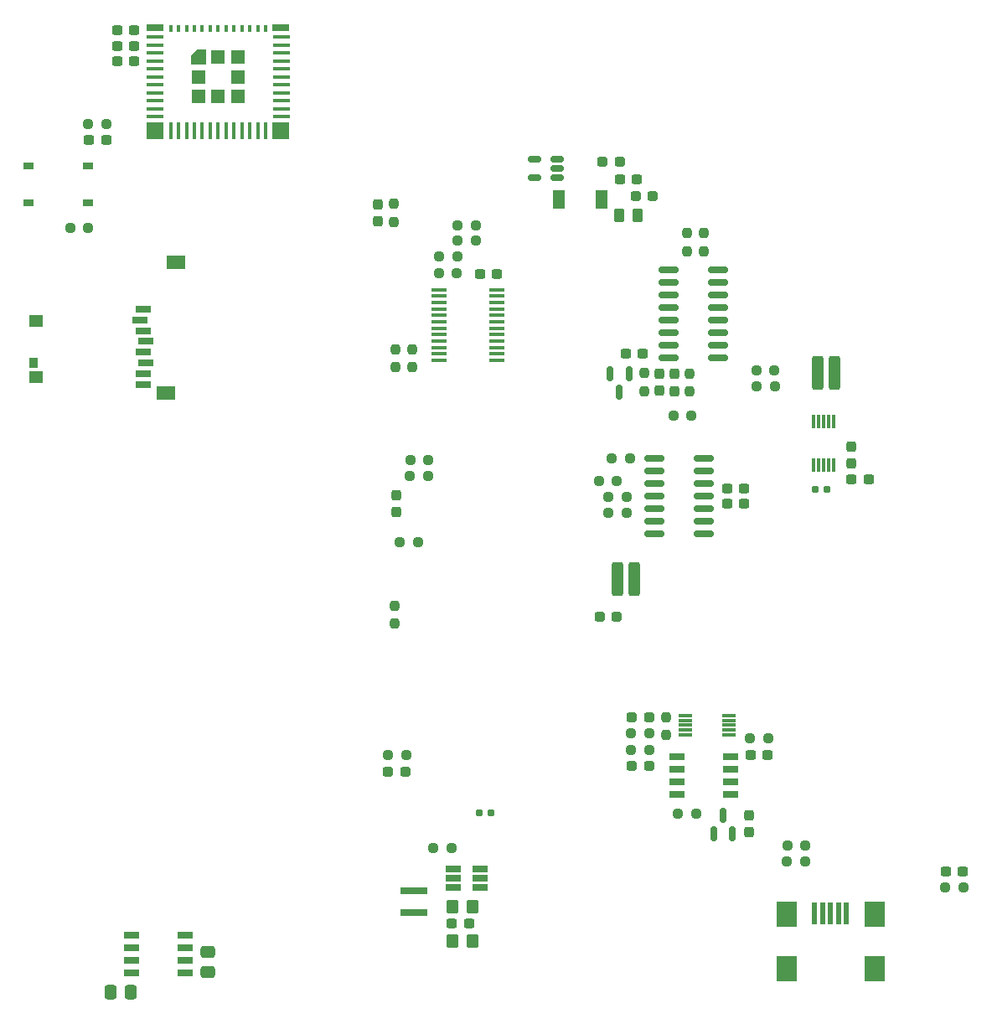
<source format=gbr>
%TF.GenerationSoftware,KiCad,Pcbnew,(6.0.4)*%
%TF.CreationDate,2022-06-30T01:03:10+03:00*%
%TF.ProjectId,test_project_01,74657374-5f70-4726-9f6a-6563745f3031,rev?*%
%TF.SameCoordinates,Original*%
%TF.FileFunction,Paste,Top*%
%TF.FilePolarity,Positive*%
%FSLAX46Y46*%
G04 Gerber Fmt 4.6, Leading zero omitted, Abs format (unit mm)*
G04 Created by KiCad (PCBNEW (6.0.4)) date 2022-06-30 01:03:10*
%MOMM*%
%LPD*%
G01*
G04 APERTURE LIST*
G04 Aperture macros list*
%AMRoundRect*
0 Rectangle with rounded corners*
0 $1 Rounding radius*
0 $2 $3 $4 $5 $6 $7 $8 $9 X,Y pos of 4 corners*
0 Add a 4 corners polygon primitive as box body*
4,1,4,$2,$3,$4,$5,$6,$7,$8,$9,$2,$3,0*
0 Add four circle primitives for the rounded corners*
1,1,$1+$1,$2,$3*
1,1,$1+$1,$4,$5*
1,1,$1+$1,$6,$7*
1,1,$1+$1,$8,$9*
0 Add four rect primitives between the rounded corners*
20,1,$1+$1,$2,$3,$4,$5,0*
20,1,$1+$1,$4,$5,$6,$7,0*
20,1,$1+$1,$6,$7,$8,$9,0*
20,1,$1+$1,$8,$9,$2,$3,0*%
%AMFreePoly0*
4,1,6,0.725000,-0.725000,-0.725000,-0.725000,-0.725000,0.125000,-0.125000,0.725000,0.725000,0.725000,0.725000,-0.725000,0.725000,-0.725000,$1*%
G04 Aperture macros list end*
%ADD10R,0.300000X1.400000*%
%ADD11RoundRect,0.250000X-0.350000X-0.450000X0.350000X-0.450000X0.350000X0.450000X-0.350000X0.450000X0*%
%ADD12RoundRect,0.250000X0.350000X0.450000X-0.350000X0.450000X-0.350000X-0.450000X0.350000X-0.450000X0*%
%ADD13RoundRect,0.237500X-0.300000X-0.237500X0.300000X-0.237500X0.300000X0.237500X-0.300000X0.237500X0*%
%ADD14RoundRect,0.237500X-0.237500X0.250000X-0.237500X-0.250000X0.237500X-0.250000X0.237500X0.250000X0*%
%ADD15RoundRect,0.237500X-0.250000X-0.237500X0.250000X-0.237500X0.250000X0.237500X-0.250000X0.237500X0*%
%ADD16RoundRect,0.250000X0.262500X0.450000X-0.262500X0.450000X-0.262500X-0.450000X0.262500X-0.450000X0*%
%ADD17RoundRect,0.237500X0.237500X-0.287500X0.237500X0.287500X-0.237500X0.287500X-0.237500X-0.287500X0*%
%ADD18RoundRect,0.237500X0.287500X0.237500X-0.287500X0.237500X-0.287500X-0.237500X0.287500X-0.237500X0*%
%ADD19RoundRect,0.237500X-0.287500X-0.237500X0.287500X-0.237500X0.287500X0.237500X-0.287500X0.237500X0*%
%ADD20RoundRect,0.237500X-0.237500X0.300000X-0.237500X-0.300000X0.237500X-0.300000X0.237500X0.300000X0*%
%ADD21RoundRect,0.150000X0.150000X-0.587500X0.150000X0.587500X-0.150000X0.587500X-0.150000X-0.587500X0*%
%ADD22R,2.700000X0.800000*%
%ADD23RoundRect,0.237500X0.300000X0.237500X-0.300000X0.237500X-0.300000X-0.237500X0.300000X-0.237500X0*%
%ADD24RoundRect,0.237500X0.237500X-0.300000X0.237500X0.300000X-0.237500X0.300000X-0.237500X-0.300000X0*%
%ADD25RoundRect,0.237500X0.250000X0.237500X-0.250000X0.237500X-0.250000X-0.237500X0.250000X-0.237500X0*%
%ADD26RoundRect,0.250000X0.475000X-0.337500X0.475000X0.337500X-0.475000X0.337500X-0.475000X-0.337500X0*%
%ADD27RoundRect,0.150000X0.825000X0.150000X-0.825000X0.150000X-0.825000X-0.150000X0.825000X-0.150000X0*%
%ADD28RoundRect,0.160000X-0.197500X-0.160000X0.197500X-0.160000X0.197500X0.160000X-0.197500X0.160000X0*%
%ADD29RoundRect,0.237500X0.237500X-0.250000X0.237500X0.250000X-0.237500X0.250000X-0.237500X-0.250000X0*%
%ADD30RoundRect,0.160000X0.197500X0.160000X-0.197500X0.160000X-0.197500X-0.160000X0.197500X-0.160000X0*%
%ADD31R,1.000000X0.700000*%
%ADD32R,1.400000X0.300000*%
%ADD33RoundRect,0.250000X-0.337500X-1.450000X0.337500X-1.450000X0.337500X1.450000X-0.337500X1.450000X0*%
%ADD34R,1.800000X0.400000*%
%ADD35R,0.400000X1.800000*%
%ADD36R,1.450000X1.450000*%
%ADD37R,0.400000X0.800000*%
%ADD38R,1.700000X0.700000*%
%ADD39FreePoly0,0.000000*%
%ADD40R,1.700000X1.700000*%
%ADD41R,1.560000X0.650000*%
%ADD42RoundRect,0.250000X0.337500X0.475000X-0.337500X0.475000X-0.337500X-0.475000X0.337500X-0.475000X0*%
%ADD43R,1.500000X0.650000*%
%ADD44R,1.200000X1.850000*%
%ADD45R,1.500000X0.450000*%
%ADD46RoundRect,0.250000X0.337500X1.450000X-0.337500X1.450000X-0.337500X-1.450000X0.337500X-1.450000X0*%
%ADD47R,0.500000X2.250000*%
%ADD48R,2.000000X2.500000*%
%ADD49R,1.400000X1.300000*%
%ADD50R,0.950000X1.000000*%
%ADD51R,1.900000X1.400000*%
%ADD52R,1.500000X0.800000*%
%ADD53RoundRect,0.150000X0.512500X0.150000X-0.512500X0.150000X-0.512500X-0.150000X0.512500X-0.150000X0*%
%ADD54RoundRect,0.150000X-0.150000X0.587500X-0.150000X-0.587500X0.150000X-0.587500X0.150000X0.587500X0*%
G04 APERTURE END LIST*
D10*
%TO.C,IC2*%
X132698300Y-90763300D03*
X132198300Y-90763300D03*
X131698300Y-90763300D03*
X131198300Y-90763300D03*
X130698300Y-90763300D03*
X130698300Y-95163300D03*
X131198300Y-95163300D03*
X131698300Y-95163300D03*
X132198300Y-95163300D03*
X132698300Y-95163300D03*
%TD*%
D11*
%TO.C,RR2*%
X96199200Y-139776200D03*
X94199200Y-139776200D03*
%TD*%
D12*
%TO.C,RR1*%
X96199200Y-143281400D03*
X94199200Y-143281400D03*
%TD*%
D13*
%TO.C,C23*%
X96978300Y-75844400D03*
X98703300Y-75844400D03*
%TD*%
D14*
%TO.C,R45*%
X88290400Y-68794600D03*
X88290400Y-70619600D03*
%TD*%
D15*
%TO.C,R44*%
X87671000Y-124434600D03*
X89496000Y-124434600D03*
%TD*%
D16*
%TO.C,R20*%
X112875700Y-69926200D03*
X111050700Y-69926200D03*
%TD*%
D17*
%TO.C,D6*%
X86639400Y-70558600D03*
X86639400Y-68808600D03*
%TD*%
D18*
%TO.C,D5*%
X89456200Y-126161800D03*
X87706200Y-126161800D03*
%TD*%
D19*
%TO.C,D1*%
X114463800Y-68021200D03*
X112713800Y-68021200D03*
%TD*%
D18*
%TO.C,F2*%
X109056200Y-110540800D03*
X110806200Y-110540800D03*
%TD*%
D20*
%TO.C,C16*%
X124180600Y-130531700D03*
X124180600Y-132256700D03*
%TD*%
D21*
%TO.C,U8*%
X120563600Y-132407900D03*
X122463600Y-132407900D03*
X121513600Y-130532900D03*
%TD*%
D13*
%TO.C,C11*%
X121922200Y-97561400D03*
X123647200Y-97561400D03*
%TD*%
D22*
%TO.C,L1*%
X90297000Y-138153000D03*
X90297000Y-140353000D03*
%TD*%
D23*
%TO.C,C5*%
X62050000Y-52806600D03*
X60325000Y-52806600D03*
%TD*%
D15*
%TO.C,R27*%
X110290600Y-94538800D03*
X112115600Y-94538800D03*
%TD*%
D24*
%TO.C,C7*%
X115138200Y-87679700D03*
X115138200Y-85954700D03*
%TD*%
D15*
%TO.C,R34*%
X128017900Y-133604000D03*
X129842900Y-133604000D03*
%TD*%
%TO.C,R29*%
X124893700Y-85623400D03*
X126718700Y-85623400D03*
%TD*%
D19*
%TO.C,D3*%
X112307400Y-125552200D03*
X114057400Y-125552200D03*
%TD*%
D25*
%TO.C,R12*%
X96545400Y-72491600D03*
X94720400Y-72491600D03*
%TD*%
D20*
%TO.C,C6*%
X116662200Y-85980100D03*
X116662200Y-87705100D03*
%TD*%
D25*
%TO.C,R25*%
X111758100Y-99974400D03*
X109933100Y-99974400D03*
%TD*%
D26*
%TO.C,C18*%
X69469000Y-146427100D03*
X69469000Y-144352100D03*
%TD*%
D27*
%TO.C,U3*%
X120991400Y-84302600D03*
X120991400Y-83032600D03*
X120991400Y-81762600D03*
X120991400Y-80492600D03*
X120991400Y-79222600D03*
X120991400Y-77952600D03*
X120991400Y-76682600D03*
X120991400Y-75412600D03*
X116041400Y-75412600D03*
X116041400Y-76682600D03*
X116041400Y-77952600D03*
X116041400Y-79222600D03*
X116041400Y-80492600D03*
X116041400Y-81762600D03*
X116041400Y-83032600D03*
X116041400Y-84302600D03*
%TD*%
D20*
%TO.C,C8*%
X88544400Y-98222900D03*
X88544400Y-99947900D03*
%TD*%
D28*
%TO.C,FB2*%
X96862300Y-130327400D03*
X98057300Y-130327400D03*
%TD*%
D23*
%TO.C,C3*%
X59180900Y-62306200D03*
X57455900Y-62306200D03*
%TD*%
D14*
%TO.C,R9*%
X88341200Y-109374300D03*
X88341200Y-111199300D03*
%TD*%
D29*
%TO.C,R42*%
X118186200Y-87755100D03*
X118186200Y-85930100D03*
%TD*%
D15*
%TO.C,R36*%
X112221000Y-122275600D03*
X114046000Y-122275600D03*
%TD*%
D30*
%TO.C,R35*%
X132067900Y-97637600D03*
X130872900Y-97637600D03*
%TD*%
D31*
%TO.C,SW1*%
X51356000Y-64952000D03*
X57356000Y-64952000D03*
X51356000Y-68652000D03*
X57356000Y-68652000D03*
%TD*%
D29*
%TO.C,R40*%
X115773200Y-122451500D03*
X115773200Y-120626500D03*
%TD*%
D15*
%TO.C,R8*%
X88853000Y-102971600D03*
X90678000Y-102971600D03*
%TD*%
D23*
%TO.C,C1*%
X62048900Y-54330600D03*
X60323900Y-54330600D03*
%TD*%
D29*
%TO.C,R18*%
X90121600Y-85312400D03*
X90121600Y-83487400D03*
%TD*%
D25*
%TO.C,R26*%
X111758100Y-98399600D03*
X109933100Y-98399600D03*
%TD*%
D15*
%TO.C,R43*%
X116511700Y-90170000D03*
X118336700Y-90170000D03*
%TD*%
D27*
%TO.C,U6*%
X119569000Y-102108000D03*
X119569000Y-100838000D03*
X119569000Y-99568000D03*
X119569000Y-98298000D03*
X119569000Y-97028000D03*
X119569000Y-95758000D03*
X119569000Y-94488000D03*
X114619000Y-94488000D03*
X114619000Y-95758000D03*
X114619000Y-97028000D03*
X114619000Y-98298000D03*
X114619000Y-99568000D03*
X114619000Y-100838000D03*
X114619000Y-102108000D03*
%TD*%
D32*
%TO.C,IC3*%
X117713400Y-120462800D03*
X117713400Y-120962800D03*
X117713400Y-121462800D03*
X117713400Y-121962800D03*
X117713400Y-122462800D03*
X122113400Y-122462800D03*
X122113400Y-121962800D03*
X122113400Y-121462800D03*
X122113400Y-120962800D03*
X122113400Y-120462800D03*
%TD*%
D13*
%TO.C,C15*%
X124334100Y-124460000D03*
X126059100Y-124460000D03*
%TD*%
D14*
%TO.C,R23*%
X117881400Y-71731500D03*
X117881400Y-73556500D03*
%TD*%
D23*
%TO.C,C12*%
X123646100Y-99085400D03*
X121921100Y-99085400D03*
%TD*%
D13*
%TO.C,C9*%
X111126100Y-66319400D03*
X112851100Y-66319400D03*
%TD*%
D15*
%TO.C,R39*%
X116968900Y-130378200D03*
X118793900Y-130378200D03*
%TD*%
D13*
%TO.C,C4*%
X111710300Y-83896200D03*
X113435300Y-83896200D03*
%TD*%
D33*
%TO.C,R31*%
X131090100Y-85877400D03*
X132765100Y-85877400D03*
%TD*%
D23*
%TO.C,C10*%
X145791100Y-136220200D03*
X144066100Y-136220200D03*
%TD*%
D25*
%TO.C,R13*%
X96547300Y-70967600D03*
X94722300Y-70967600D03*
%TD*%
D19*
%TO.C,D2*%
X112307400Y-120675400D03*
X114057400Y-120675400D03*
%TD*%
D34*
%TO.C,U1*%
X64112600Y-51956200D03*
X64112600Y-52756200D03*
X64112600Y-53556200D03*
X64112600Y-54356200D03*
X64112600Y-55156200D03*
X64112600Y-55956200D03*
X64112600Y-56756200D03*
X64112600Y-57556200D03*
X64112600Y-58356200D03*
X64112600Y-59156200D03*
X64112600Y-59956200D03*
D35*
X65712600Y-61356200D03*
X66512600Y-61356200D03*
X67312600Y-61356200D03*
X68112600Y-61356200D03*
X68912600Y-61356200D03*
X69712600Y-61356200D03*
X70512600Y-61356200D03*
X71312600Y-61356200D03*
X72112600Y-61356200D03*
X72912600Y-61356200D03*
X73712600Y-61356200D03*
X74512600Y-61356200D03*
X75312600Y-61356200D03*
D34*
X76912600Y-59956200D03*
X76912600Y-59156200D03*
X76912600Y-58356200D03*
X76912600Y-57556200D03*
X76912600Y-56756200D03*
X76912600Y-55956200D03*
X76912600Y-55156200D03*
X76912600Y-54356200D03*
X76912600Y-53556200D03*
X76912600Y-52756200D03*
X76912600Y-51956200D03*
D36*
X70512600Y-53981200D03*
D37*
X65712600Y-51056200D03*
X72912600Y-51056200D03*
X66512600Y-51056200D03*
X70512600Y-51056200D03*
X72112600Y-51056200D03*
D36*
X72487600Y-53981200D03*
D37*
X69712600Y-51056200D03*
X68912600Y-51056200D03*
D36*
X70512600Y-57931200D03*
X68537600Y-57931200D03*
D38*
X76862600Y-51006200D03*
D37*
X74512600Y-51056200D03*
X67312600Y-51056200D03*
D36*
X72487600Y-57931200D03*
X72487600Y-55956200D03*
D39*
X68537600Y-53981200D03*
D38*
X64162600Y-51006200D03*
D36*
X68537600Y-55956200D03*
D37*
X75312600Y-51056200D03*
X71312600Y-51056200D03*
X68112600Y-51056200D03*
D40*
X76862600Y-61356200D03*
D37*
X73712600Y-51056200D03*
D40*
X64162600Y-61356200D03*
%TD*%
D41*
%TO.C,U10*%
X94281000Y-135956000D03*
X94281000Y-136906000D03*
X94281000Y-137856000D03*
X96981000Y-137856000D03*
X96981000Y-136906000D03*
X96981000Y-135956000D03*
%TD*%
D14*
%TO.C,R19*%
X88468200Y-83468200D03*
X88468200Y-85293200D03*
%TD*%
D25*
%TO.C,R3*%
X94077800Y-133908800D03*
X92252800Y-133908800D03*
%TD*%
D15*
%TO.C,R2*%
X57380500Y-60731400D03*
X59205500Y-60731400D03*
%TD*%
D29*
%TO.C,R1*%
X113588800Y-87729700D03*
X113588800Y-85904700D03*
%TD*%
D19*
%TO.C,F1*%
X109361000Y-64566800D03*
X111111000Y-64566800D03*
%TD*%
D15*
%TO.C,R32*%
X143992600Y-137820400D03*
X145817600Y-137820400D03*
%TD*%
D25*
%TO.C,R6*%
X91741000Y-94691200D03*
X89916000Y-94691200D03*
%TD*%
D42*
%TO.C,C17*%
X61718100Y-148463000D03*
X59643100Y-148463000D03*
%TD*%
D43*
%TO.C,IC4*%
X67165200Y-146507200D03*
X67165200Y-145237200D03*
X67165200Y-143967200D03*
X67165200Y-142697200D03*
X61765200Y-142697200D03*
X61765200Y-143967200D03*
X61765200Y-145237200D03*
X61765200Y-146507200D03*
%TD*%
D25*
%TO.C,R28*%
X126769500Y-87223600D03*
X124944500Y-87223600D03*
%TD*%
D23*
%TO.C,C20*%
X95858500Y-141528800D03*
X94133500Y-141528800D03*
%TD*%
D15*
%TO.C,R16*%
X92838900Y-74066400D03*
X94663900Y-74066400D03*
%TD*%
%TO.C,R24*%
X108966000Y-96824800D03*
X110791000Y-96824800D03*
%TD*%
D25*
%TO.C,R38*%
X126109100Y-122809000D03*
X124284100Y-122809000D03*
%TD*%
D15*
%TO.C,R37*%
X112224900Y-123926600D03*
X114049900Y-123926600D03*
%TD*%
D13*
%TO.C,C14*%
X134518800Y-96646300D03*
X136243800Y-96646300D03*
%TD*%
D23*
%TO.C,C2*%
X62051100Y-51257200D03*
X60326100Y-51257200D03*
%TD*%
D44*
%TO.C,FB1*%
X104961800Y-68376800D03*
X109261800Y-68376800D03*
%TD*%
D45*
%TO.C,IC1*%
X92808000Y-77451000D03*
X92808000Y-78101000D03*
X92808000Y-78751000D03*
X92808000Y-79401000D03*
X92808000Y-80051000D03*
X92808000Y-80701000D03*
X92808000Y-81351000D03*
X92808000Y-82001000D03*
X92808000Y-82651000D03*
X92808000Y-83301000D03*
X92808000Y-83951000D03*
X92808000Y-84601000D03*
X98708000Y-84601000D03*
X98708000Y-83951000D03*
X98708000Y-83301000D03*
X98708000Y-82651000D03*
X98708000Y-82001000D03*
X98708000Y-81351000D03*
X98708000Y-80701000D03*
X98708000Y-80051000D03*
X98708000Y-79401000D03*
X98708000Y-78751000D03*
X98708000Y-78101000D03*
X98708000Y-77451000D03*
%TD*%
D25*
%TO.C,R4*%
X91692100Y-96316800D03*
X89867100Y-96316800D03*
%TD*%
D46*
%TO.C,R41*%
X112520600Y-106730800D03*
X110845600Y-106730800D03*
%TD*%
D47*
%TO.C,J10*%
X130784800Y-140448600D03*
X131584800Y-140448600D03*
X132384800Y-140448600D03*
X133184800Y-140448600D03*
X133984800Y-140448600D03*
D48*
X127934800Y-140573600D03*
X136834800Y-140573600D03*
X127934800Y-146023600D03*
X136834800Y-146023600D03*
%TD*%
D15*
%TO.C,R17*%
X92813500Y-75768200D03*
X94638500Y-75768200D03*
%TD*%
D29*
%TO.C,R22*%
X119553200Y-73565900D03*
X119553200Y-71740900D03*
%TD*%
D49*
%TO.C,J3*%
X52110000Y-86280400D03*
D50*
X51884000Y-84890400D03*
D49*
X52110000Y-80580400D03*
D51*
X65259000Y-87880400D03*
X66259000Y-74730400D03*
D52*
X62970000Y-79390400D03*
X62570000Y-80490400D03*
X62970000Y-81590400D03*
X63170000Y-82690400D03*
X62970000Y-83790400D03*
X63170000Y-84890400D03*
X62970000Y-85990400D03*
X62970000Y-87090400D03*
%TD*%
D53*
%TO.C,U5*%
X104769500Y-66177200D03*
X104769500Y-65227200D03*
X104769500Y-64277200D03*
X102494500Y-64277200D03*
X102494500Y-66177200D03*
%TD*%
D25*
%TO.C,R33*%
X129819400Y-135204200D03*
X127994400Y-135204200D03*
%TD*%
D54*
%TO.C,U2*%
X112024200Y-85955900D03*
X110124200Y-85955900D03*
X111074200Y-87830900D03*
%TD*%
D43*
%TO.C,Q1*%
X122308600Y-128447800D03*
X122308600Y-127177800D03*
X122308600Y-125907800D03*
X122308600Y-124637800D03*
X116908600Y-124637800D03*
X116908600Y-125907800D03*
X116908600Y-127177800D03*
X116908600Y-128447800D03*
%TD*%
D24*
%TO.C,C13*%
X134492300Y-95045000D03*
X134492300Y-93320000D03*
%TD*%
D25*
%TO.C,R21*%
X57376700Y-71221600D03*
X55551700Y-71221600D03*
%TD*%
M02*

</source>
